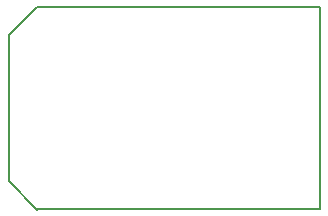
<source format=gbr>
G04 #@! TF.GenerationSoftware,KiCad,Pcbnew,(5.0.0)*
G04 #@! TF.CreationDate,2019-03-13T17:39:27+01:00*
G04 #@! TF.ProjectId,foam_cutting,666F616D5F63757474696E672E6B6963,100A*
G04 #@! TF.SameCoordinates,Original*
G04 #@! TF.FileFunction,Profile,NP*
%FSLAX46Y46*%
G04 Gerber Fmt 4.6, Leading zero omitted, Abs format (unit mm)*
G04 Created by KiCad (PCBNEW (5.0.0)) date 03/13/19 17:39:27*
%MOMM*%
%LPD*%
G01*
G04 APERTURE LIST*
%ADD10C,0.200000*%
G04 APERTURE END LIST*
D10*
X147200000Y-71500000D02*
X123300000Y-71500000D01*
X147200000Y-54350000D02*
X147200000Y-71500000D01*
X123300000Y-54350000D02*
X147200000Y-54350000D01*
X120900000Y-56750000D02*
X123300000Y-54350000D01*
X120900000Y-69150000D02*
X120900000Y-56750000D01*
X123300000Y-71550000D02*
X120900000Y-69150000D01*
M02*

</source>
